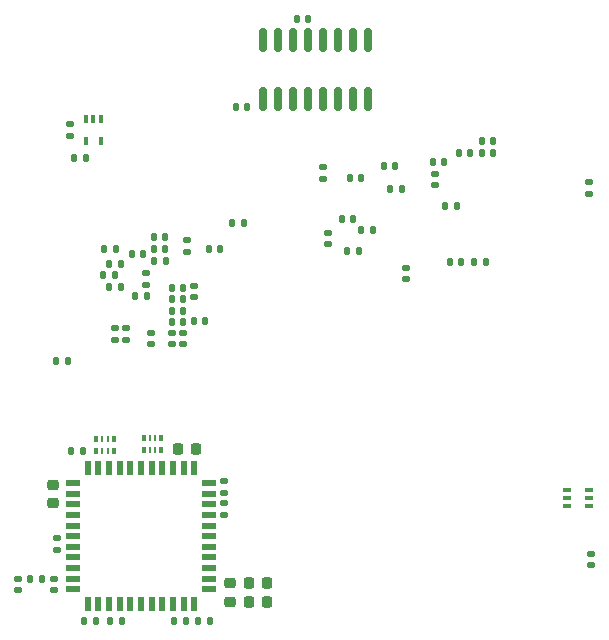
<source format=gbr>
%TF.GenerationSoftware,KiCad,Pcbnew,8.0.6*%
%TF.CreationDate,2025-04-20T13:18:45+02:00*%
%TF.ProjectId,hardware,68617264-7761-4726-952e-6b696361645f,rev?*%
%TF.SameCoordinates,Original*%
%TF.FileFunction,Paste,Bot*%
%TF.FilePolarity,Positive*%
%FSLAX46Y46*%
G04 Gerber Fmt 4.6, Leading zero omitted, Abs format (unit mm)*
G04 Created by KiCad (PCBNEW 8.0.6) date 2025-04-20 13:18:45*
%MOMM*%
%LPD*%
G01*
G04 APERTURE LIST*
G04 Aperture macros list*
%AMRoundRect*
0 Rectangle with rounded corners*
0 $1 Rounding radius*
0 $2 $3 $4 $5 $6 $7 $8 $9 X,Y pos of 4 corners*
0 Add a 4 corners polygon primitive as box body*
4,1,4,$2,$3,$4,$5,$6,$7,$8,$9,$2,$3,0*
0 Add four circle primitives for the rounded corners*
1,1,$1+$1,$2,$3*
1,1,$1+$1,$4,$5*
1,1,$1+$1,$6,$7*
1,1,$1+$1,$8,$9*
0 Add four rect primitives between the rounded corners*
20,1,$1+$1,$2,$3,$4,$5,0*
20,1,$1+$1,$4,$5,$6,$7,0*
20,1,$1+$1,$6,$7,$8,$9,0*
20,1,$1+$1,$8,$9,$2,$3,0*%
G04 Aperture macros list end*
%ADD10R,0.330000X0.500000*%
%ADD11R,0.230000X0.500000*%
%ADD12RoundRect,0.140000X-0.170000X0.140000X-0.170000X-0.140000X0.170000X-0.140000X0.170000X0.140000X0*%
%ADD13RoundRect,0.140000X0.140000X0.170000X-0.140000X0.170000X-0.140000X-0.170000X0.140000X-0.170000X0*%
%ADD14RoundRect,0.140000X0.170000X-0.140000X0.170000X0.140000X-0.170000X0.140000X-0.170000X-0.140000X0*%
%ADD15RoundRect,0.140000X-0.140000X-0.170000X0.140000X-0.170000X0.140000X0.170000X-0.140000X0.170000X0*%
%ADD16RoundRect,0.135000X0.135000X0.185000X-0.135000X0.185000X-0.135000X-0.185000X0.135000X-0.185000X0*%
%ADD17RoundRect,0.135000X-0.135000X-0.185000X0.135000X-0.185000X0.135000X0.185000X-0.135000X0.185000X0*%
%ADD18RoundRect,0.225000X-0.225000X-0.250000X0.225000X-0.250000X0.225000X0.250000X-0.225000X0.250000X0*%
%ADD19RoundRect,0.218750X0.256250X-0.218750X0.256250X0.218750X-0.256250X0.218750X-0.256250X-0.218750X0*%
%ADD20R,1.300000X0.500000*%
%ADD21R,0.500000X1.300000*%
%ADD22RoundRect,0.135000X-0.185000X0.135000X-0.185000X-0.135000X0.185000X-0.135000X0.185000X0.135000X0*%
%ADD23RoundRect,0.225000X0.225000X0.250000X-0.225000X0.250000X-0.225000X-0.250000X0.225000X-0.250000X0*%
%ADD24RoundRect,0.100000X0.225000X0.100000X-0.225000X0.100000X-0.225000X-0.100000X0.225000X-0.100000X0*%
%ADD25RoundRect,0.100000X-0.100000X0.225000X-0.100000X-0.225000X0.100000X-0.225000X0.100000X0.225000X0*%
%ADD26RoundRect,0.150000X-0.150000X0.825000X-0.150000X-0.825000X0.150000X-0.825000X0.150000X0.825000X0*%
%ADD27RoundRect,0.225000X0.250000X-0.225000X0.250000X0.225000X-0.250000X0.225000X-0.250000X-0.225000X0*%
%ADD28RoundRect,0.135000X0.185000X-0.135000X0.185000X0.135000X-0.185000X0.135000X-0.185000X-0.135000X0*%
G04 APERTURE END LIST*
D10*
%TO.C,RN2*%
X110375000Y-121625000D03*
D11*
X109875000Y-121625000D03*
X109375000Y-121625000D03*
D10*
X108875000Y-121625000D03*
X108875000Y-120625000D03*
D11*
X109375000Y-120625000D03*
X109875000Y-120625000D03*
D10*
X110375000Y-120625000D03*
%TD*%
%TO.C,RN1*%
X114425000Y-121525000D03*
D11*
X113925000Y-121525000D03*
X113425000Y-121525000D03*
D10*
X112925000Y-121525000D03*
X112925000Y-120525000D03*
D11*
X113425000Y-120525000D03*
X113925000Y-120525000D03*
D10*
X114425000Y-120525000D03*
%TD*%
D12*
%TO.C,C2*%
X137579100Y-98135500D03*
X137579100Y-99095500D03*
%TD*%
%TO.C,C31*%
X113157000Y-106568300D03*
X113157000Y-107528300D03*
%TD*%
D13*
%TO.C,C38*%
X116253200Y-110693200D03*
X115293200Y-110693200D03*
%TD*%
%TO.C,C42*%
X116265900Y-108775500D03*
X115305900Y-108775500D03*
%TD*%
D14*
%TO.C,C43*%
X115303300Y-112575280D03*
X115303300Y-111615280D03*
%TD*%
D13*
%TO.C,C48*%
X118117560Y-110637320D03*
X117157560Y-110637320D03*
%TD*%
D15*
%TO.C,C53*%
X112219800Y-108483400D03*
X113179800Y-108483400D03*
%TD*%
D13*
%TO.C,C54*%
X116253200Y-109753400D03*
X115293200Y-109753400D03*
%TD*%
%TO.C,C55*%
X114767300Y-103517700D03*
X113807300Y-103517700D03*
%TD*%
D15*
%TO.C,C59*%
X111902300Y-104927400D03*
X112862300Y-104927400D03*
%TD*%
D14*
%TO.C,C64*%
X116560600Y-104747000D03*
X116560600Y-103787000D03*
%TD*%
D13*
%TO.C,C66*%
X110970000Y-107721400D03*
X110010000Y-107721400D03*
%TD*%
%TO.C,C67*%
X116265900Y-107784900D03*
X115305900Y-107784900D03*
%TD*%
D14*
%TO.C,C68*%
X111467900Y-112176500D03*
X111467900Y-111216500D03*
%TD*%
D13*
%TO.C,C69*%
X110970000Y-105740200D03*
X110010000Y-105740200D03*
%TD*%
D14*
%TO.C,C70*%
X110490000Y-112176500D03*
X110490000Y-111216500D03*
%TD*%
D15*
%TO.C,C75*%
X141544100Y-96405700D03*
X142504100Y-96405700D03*
%TD*%
%TO.C,C76*%
X139613700Y-96405700D03*
X140573700Y-96405700D03*
%TD*%
%TO.C,C77*%
X137391200Y-97180400D03*
X138351200Y-97180400D03*
%TD*%
%TO.C,C78*%
X141544100Y-95351600D03*
X142504100Y-95351600D03*
%TD*%
D13*
%TO.C,C79*%
X134782500Y-99402900D03*
X133822500Y-99402900D03*
%TD*%
%TO.C,C80*%
X134211000Y-97447100D03*
X133251000Y-97447100D03*
%TD*%
D15*
%TO.C,C82*%
X138458000Y-100888800D03*
X139418000Y-100888800D03*
%TD*%
D13*
%TO.C,C85*%
X132306000Y-102882700D03*
X131346000Y-102882700D03*
%TD*%
%TO.C,C86*%
X131122360Y-104653080D03*
X130162360Y-104653080D03*
%TD*%
D14*
%TO.C,C87*%
X128562100Y-104073900D03*
X128562100Y-103113900D03*
%TD*%
D15*
%TO.C,C89*%
X140931960Y-105628440D03*
X141891960Y-105628440D03*
%TD*%
%TO.C,C90*%
X129695000Y-101942900D03*
X130655000Y-101942900D03*
%TD*%
%TO.C,C91*%
X138839000Y-105613200D03*
X139799000Y-105613200D03*
%TD*%
D14*
%TO.C,C92*%
X128130300Y-98559500D03*
X128130300Y-97599500D03*
%TD*%
D13*
%TO.C,C99*%
X110462000Y-106730800D03*
X109502000Y-106730800D03*
%TD*%
D16*
%TO.C,R30*%
X110593600Y-104470200D03*
X109573600Y-104470200D03*
%TD*%
D13*
%TO.C,C74*%
X131340800Y-98501200D03*
X130380800Y-98501200D03*
%TD*%
D14*
%TO.C,C40*%
X116248180Y-112575280D03*
X116248180Y-111615280D03*
%TD*%
%TO.C,C56*%
X113576100Y-112567600D03*
X113576100Y-111607600D03*
%TD*%
D13*
%TO.C,C73*%
X119380000Y-104500000D03*
X118420000Y-104500000D03*
%TD*%
%TO.C,C65*%
X114767300Y-104533700D03*
X113807300Y-104533700D03*
%TD*%
D16*
%TO.C,R26*%
X114810000Y-105524300D03*
X113790000Y-105524300D03*
%TD*%
D12*
%TO.C,C32*%
X135128000Y-106111100D03*
X135128000Y-107071100D03*
%TD*%
%TO.C,C37*%
X117200000Y-107620000D03*
X117200000Y-108580000D03*
%TD*%
D17*
%TO.C,R6*%
X120429560Y-102280720D03*
X121449560Y-102280720D03*
%TD*%
D18*
%TO.C,C46*%
X121825000Y-134400000D03*
X123375000Y-134400000D03*
%TD*%
D15*
%TO.C,C49*%
X125920000Y-85000000D03*
X126880000Y-85000000D03*
%TD*%
D19*
%TO.C,L5*%
X120200000Y-134387500D03*
X120200000Y-132812500D03*
%TD*%
D20*
%TO.C,U8*%
X106925000Y-133325000D03*
X106925000Y-132425000D03*
X106925000Y-131525000D03*
X106925000Y-130625000D03*
X106925000Y-129725000D03*
X106925000Y-128825000D03*
X106925000Y-127925000D03*
X106925000Y-127025000D03*
X106925000Y-126125000D03*
X106925000Y-125225000D03*
X106925000Y-124325000D03*
D21*
X108200000Y-123050000D03*
X109100000Y-123050000D03*
X110000000Y-123050000D03*
X110900000Y-123050000D03*
X111800000Y-123050000D03*
X112700000Y-123050000D03*
X113600000Y-123050000D03*
X114500000Y-123050000D03*
X115400000Y-123050000D03*
X116300000Y-123050000D03*
X117200000Y-123050000D03*
D20*
X118475000Y-124325000D03*
X118475000Y-125225000D03*
X118475000Y-126125000D03*
X118475000Y-127025000D03*
X118475000Y-127925000D03*
X118475000Y-128825000D03*
X118475000Y-129725000D03*
X118475000Y-130625000D03*
X118475000Y-131525000D03*
X118475000Y-132425000D03*
X118475000Y-133325000D03*
D21*
X117200000Y-134600000D03*
X116300000Y-134600000D03*
X115400000Y-134600000D03*
X114500000Y-134600000D03*
X113600000Y-134600000D03*
X112700000Y-134600000D03*
X111800000Y-134600000D03*
X110900000Y-134600000D03*
X110000000Y-134600000D03*
X109100000Y-134600000D03*
X108200000Y-134600000D03*
%TD*%
D12*
%TO.C,C60*%
X106662500Y-93940000D03*
X106662500Y-94900000D03*
%TD*%
D13*
%TO.C,C44*%
X116480000Y-136000000D03*
X115520000Y-136000000D03*
%TD*%
D16*
%TO.C,R33*%
X111110000Y-136000000D03*
X110090000Y-136000000D03*
%TD*%
D22*
%TO.C,R38*%
X119765000Y-124115000D03*
X119765000Y-125135000D03*
%TD*%
D23*
%TO.C,C45*%
X117372756Y-121425000D03*
X115822756Y-121425000D03*
%TD*%
D24*
%TO.C,U14*%
X150650000Y-124950000D03*
X150650000Y-125600000D03*
X150650000Y-126250000D03*
X148750000Y-126250000D03*
X148750000Y-125600000D03*
X148750000Y-124950000D03*
%TD*%
D14*
%TO.C,C61*%
X150650000Y-99820000D03*
X150650000Y-98860000D03*
%TD*%
D17*
%TO.C,R37*%
X117490000Y-136000000D03*
X118510000Y-136000000D03*
%TD*%
D25*
%TO.C,U13*%
X108007500Y-93460000D03*
X108657500Y-93460000D03*
X109307500Y-93460000D03*
X109307500Y-95360000D03*
X108007500Y-95360000D03*
%TD*%
D26*
%TO.C,U10*%
X123055000Y-86825000D03*
X124325000Y-86825000D03*
X125595000Y-86825000D03*
X126865000Y-86825000D03*
X128135000Y-86825000D03*
X129405000Y-86825000D03*
X130675000Y-86825000D03*
X131945000Y-86825000D03*
X131945000Y-91775000D03*
X130675000Y-91775000D03*
X129405000Y-91775000D03*
X128135000Y-91775000D03*
X126865000Y-91775000D03*
X125595000Y-91775000D03*
X124325000Y-91775000D03*
X123055000Y-91775000D03*
%TD*%
D22*
%TO.C,R39*%
X119757244Y-126022244D03*
X119757244Y-127042244D03*
%TD*%
D14*
%TO.C,C62*%
X150780000Y-131260000D03*
X150780000Y-130300000D03*
%TD*%
D16*
%TO.C,R15*%
X108010000Y-96800000D03*
X106990000Y-96800000D03*
%TD*%
D12*
%TO.C,C39*%
X105300000Y-132440000D03*
X105300000Y-133400000D03*
%TD*%
D18*
%TO.C,C47*%
X121825000Y-132800000D03*
X123375000Y-132800000D03*
%TD*%
D27*
%TO.C,C41*%
X105275000Y-126050000D03*
X105275000Y-124500000D03*
%TD*%
D17*
%TO.C,R35*%
X103290000Y-132480000D03*
X104310000Y-132480000D03*
%TD*%
D15*
%TO.C,C50*%
X120720000Y-92500000D03*
X121680000Y-92500000D03*
%TD*%
D12*
%TO.C,C36*%
X102300000Y-132420000D03*
X102300000Y-133380000D03*
%TD*%
D17*
%TO.C,R40*%
X106790000Y-121600000D03*
X107810000Y-121600000D03*
%TD*%
%TO.C,R36*%
X107890000Y-136000000D03*
X108910000Y-136000000D03*
%TD*%
D16*
%TO.C,R23*%
X106510000Y-114000000D03*
X105490000Y-114000000D03*
%TD*%
D28*
%TO.C,R34*%
X105565000Y-130025000D03*
X105565000Y-129005000D03*
%TD*%
M02*

</source>
